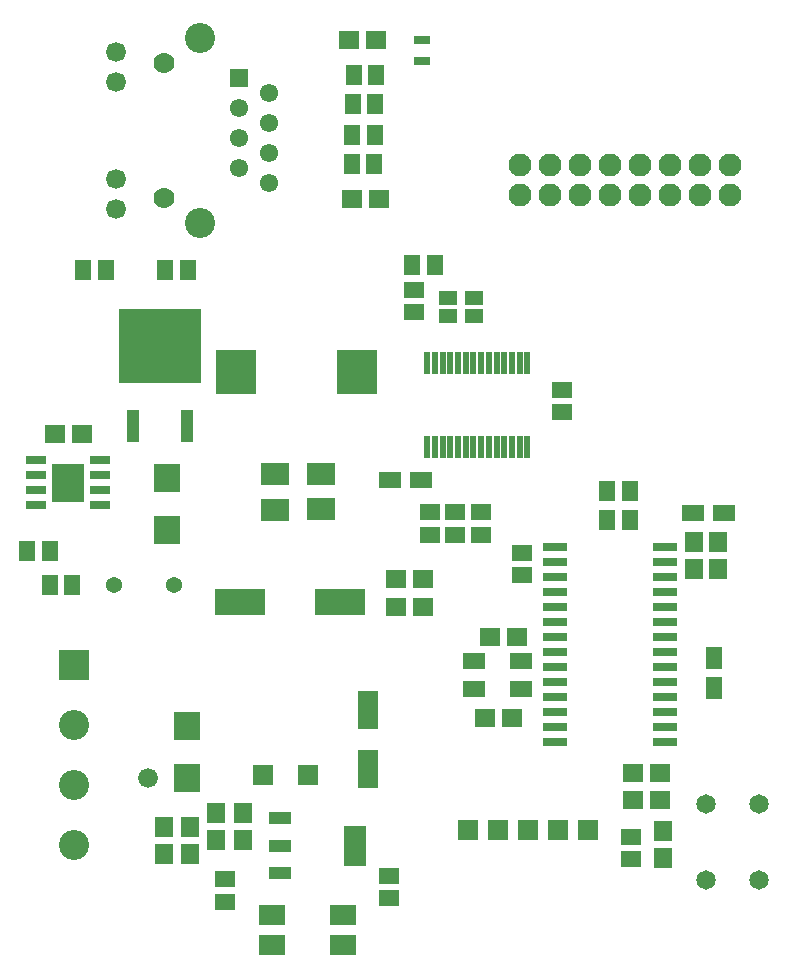
<source format=gbr>
G04 DesignSpark PCB Gerber Version 9.0 Build 5138 *
G04 #@! TF.Part,Single*
G04 #@! TF.FileFunction,Soldermask,Top *
G04 #@! TF.FilePolarity,Negative *
%FSLAX35Y35*%
%MOIN*%
G04 #@! TA.AperFunction,SMDPad,CuDef*
%ADD126R,0.02372X0.07687*%
%ADD112R,0.04340X0.11033*%
%ADD114R,0.05700X0.06600*%
%ADD130R,0.05718X0.07687*%
%ADD120R,0.06100X0.06600*%
%ADD128R,0.06624X0.07017*%
%ADD127R,0.06899X0.13002*%
%ADD119R,0.07490X0.13198*%
%ADD138R,0.09065X0.09261*%
%ADD109R,0.10836X0.12805*%
%ADD129R,0.13789X0.14773*%
G04 #@! TA.AperFunction,ComponentPad*
%ADD131R,0.06112X0.06112*%
%ADD139R,0.06600X0.06600*%
%ADD116R,0.10049X0.10049*%
%ADD140C,0.05391*%
%ADD132C,0.06112*%
%ADD124C,0.06506*%
G04 #@! TA.AperFunction,WasherPad*
%ADD107C,0.06600*%
G04 #@! TA.AperFunction,ComponentPad*
%ADD133C,0.06624*%
%ADD134C,0.06998*%
%ADD123C,0.07687*%
%ADD117C,0.10049*%
G04 #@! TA.AperFunction,SMDPad,CuDef*
%ADD136R,0.05521X0.02962*%
%ADD108R,0.06604X0.03159*%
%ADD121R,0.07883X0.03159*%
%ADD118R,0.07490X0.04340*%
%ADD135R,0.06112X0.05128*%
%ADD137R,0.07687X0.05324*%
%ADD125R,0.06600X0.05700*%
%ADD122R,0.07687X0.05718*%
%ADD111R,0.06600X0.06100*%
G04 #@! TA.AperFunction,ComponentPad*
%ADD141R,0.08600X0.06600*%
G04 #@! TA.AperFunction,SMDPad,CuDef*
%ADD115R,0.09458X0.07490*%
%ADD110R,0.16939X0.09065*%
%ADD113R,0.27372X0.24616*%
X0Y0D02*
D02*
D107*
X51864Y68754D03*
D02*
D108*
X14415Y159679D03*
Y164679D03*
Y169679D03*
Y174679D03*
X35770Y159679D03*
Y164679D03*
Y169679D03*
Y174679D03*
D02*
D109*
X25093Y167179D03*
D02*
D110*
X82376Y127612D03*
X115841D03*
D02*
D111*
X20789Y183518D03*
X29789D03*
X118624Y314817D03*
X119805Y261864D03*
X127624Y314817D03*
X128805Y261864D03*
X134372Y125841D03*
Y135289D03*
X143372Y125841D03*
Y135289D03*
X163900Y88833D03*
X165868Y115998D03*
X172900Y88833D03*
X174868Y115998D03*
X213506Y61667D03*
Y70526D03*
X222506Y61667D03*
Y70526D03*
D02*
D112*
X46604Y186222D03*
X64604D03*
D02*
D113*
X55604Y212797D03*
D02*
D114*
X11500Y144344D03*
X18980Y133321D03*
X19000Y144344D03*
X26480Y133321D03*
X30201Y238045D03*
X37701D03*
X57563Y238242D03*
X65063D03*
X119571Y273478D03*
X119768Y283321D03*
X119965Y293360D03*
X120358Y303006D03*
X127071Y273478D03*
X127268Y283321D03*
X127465Y293360D03*
X127858Y303006D03*
X139846Y239817D03*
X147346D03*
X204807Y154974D03*
Y164423D03*
X212307Y154974D03*
Y164423D03*
D02*
D115*
X94187Y158321D03*
Y170132D03*
X109541Y158518D03*
Y170329D03*
D02*
D116*
X27061Y106549D03*
D02*
D117*
Y46549D03*
Y66549D03*
Y86549D03*
X68990Y253793D03*
Y315604D03*
D02*
D118*
X95762Y37258D03*
Y46313D03*
Y55368D03*
D02*
D119*
X120565Y46313D03*
D02*
D120*
X57179Y43388D03*
Y52388D03*
X65644Y43388D03*
Y52388D03*
X74502Y48112D03*
Y57112D03*
X83557Y48309D03*
Y57309D03*
X223321Y42010D03*
Y51010D03*
X233754Y138663D03*
Y147663D03*
X241628Y138663D03*
Y147663D03*
D02*
D121*
X187396Y80742D03*
Y85742D03*
Y90742D03*
Y95742D03*
Y100742D03*
Y105742D03*
Y110742D03*
Y115742D03*
Y120742D03*
Y125742D03*
Y130742D03*
Y135742D03*
Y140742D03*
Y145742D03*
X224207Y80742D03*
Y85742D03*
Y90742D03*
Y95742D03*
Y100742D03*
Y105742D03*
Y110742D03*
Y115742D03*
Y120742D03*
Y125742D03*
Y130742D03*
Y135742D03*
Y140742D03*
Y145742D03*
D02*
D122*
X132376Y168163D03*
X142612D03*
X233360Y157140D03*
X243596D03*
D02*
D123*
X175683Y263045D03*
Y273045D03*
X185683Y263045D03*
Y273045D03*
X195683Y263045D03*
Y273045D03*
X205683Y263045D03*
Y273045D03*
X215683Y263045D03*
Y273045D03*
X225683Y263045D03*
Y273045D03*
X235683Y263045D03*
Y273045D03*
X245683Y263045D03*
Y273045D03*
D02*
D124*
X237691Y34699D03*
Y60289D03*
X255407Y34699D03*
Y60289D03*
D02*
D125*
X77455Y27602D03*
Y35102D03*
X132179Y28783D03*
Y36283D03*
X140250Y224059D03*
Y231559D03*
X145565Y149846D03*
Y157346D03*
X154226Y149846D03*
Y157346D03*
X162691Y149846D03*
Y157346D03*
X176470Y136461D03*
Y143961D03*
X189856Y190791D03*
Y198291D03*
X212888Y41776D03*
Y49276D03*
D02*
D126*
X144876Y179187D03*
Y207140D03*
X147435Y179187D03*
Y207140D03*
X149994Y179187D03*
Y207140D03*
X152553Y179187D03*
Y207140D03*
X155112Y179187D03*
Y207140D03*
X157671Y179187D03*
Y207140D03*
X160230Y179187D03*
Y207140D03*
X162789Y179187D03*
Y207140D03*
X165348Y179187D03*
Y207140D03*
X167907Y179187D03*
Y207140D03*
X170467Y179187D03*
Y207140D03*
X173026Y179187D03*
Y207140D03*
X175585Y179187D03*
Y207140D03*
X178144Y179187D03*
Y207140D03*
D02*
D127*
X125093Y71707D03*
Y91392D03*
D02*
D128*
X90053Y69738D03*
X105014D03*
D02*
D129*
X80998Y204187D03*
X121549D03*
D02*
D130*
X240250Y98675D03*
Y108911D03*
D02*
D131*
X81982Y302199D03*
D02*
D132*
Y272199D03*
Y282199D03*
Y292199D03*
X91982Y267199D03*
Y277199D03*
Y287199D03*
Y297199D03*
D02*
D133*
X40998Y258557D03*
Y268557D03*
Y300841D03*
Y310841D03*
D02*
D134*
X56982Y262199D03*
Y307199D03*
D02*
D135*
X151667Y222691D03*
Y228990D03*
X160329Y222691D03*
Y228990D03*
D02*
D136*
X143203Y307730D03*
Y314817D03*
D02*
D137*
X160329Y98478D03*
Y107927D03*
X176077Y98478D03*
Y107927D03*
D02*
D138*
X58163Y151431D03*
Y168754D03*
X64659Y68951D03*
Y86274D03*
D02*
D139*
X158321Y51628D03*
X168321D03*
X178321D03*
X188321D03*
X198321D03*
D02*
D140*
X40447Y133321D03*
X60447D03*
D02*
D141*
X93203Y13242D03*
Y23242D03*
X116825Y13242D03*
Y23242D03*
X0Y0D02*
M02*

</source>
